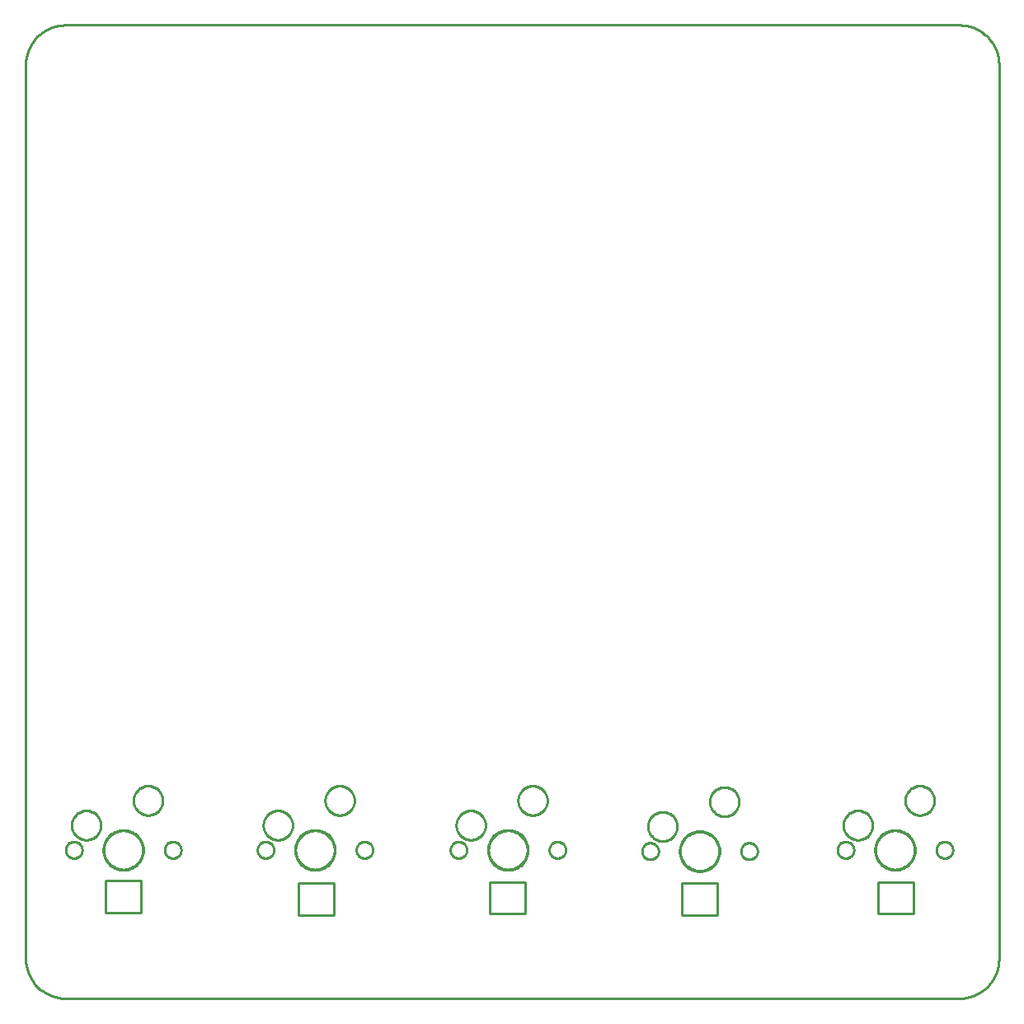
<source format=gbr>
G04 EAGLE Gerber RS-274X export*
G75*
%MOMM*%
%FSLAX34Y34*%
%LPD*%
%IN*%
%IPPOS*%
%AMOC8*
5,1,8,0,0,1.08239X$1,22.5*%
G01*
%ADD10C,0.254000*%


D10*
X0Y-22860D02*
X155Y-26402D01*
X617Y-29917D01*
X1385Y-33378D01*
X2451Y-36760D01*
X3808Y-40035D01*
X5445Y-43180D01*
X7350Y-46170D01*
X9508Y-48983D01*
X11903Y-51597D01*
X14517Y-53992D01*
X17330Y-56150D01*
X20320Y-58055D01*
X23465Y-59692D01*
X26740Y-61049D01*
X30122Y-62115D01*
X33583Y-62883D01*
X37098Y-63345D01*
X40640Y-63500D01*
X958850Y-63500D01*
X962392Y-63345D01*
X965907Y-62883D01*
X969368Y-62115D01*
X972750Y-61049D01*
X976025Y-59692D01*
X979170Y-58055D01*
X982160Y-56150D01*
X984973Y-53992D01*
X987587Y-51597D01*
X989982Y-48983D01*
X992140Y-46170D01*
X994045Y-43180D01*
X995682Y-40035D01*
X997039Y-36760D01*
X998105Y-33378D01*
X998873Y-29917D01*
X999335Y-26402D01*
X999490Y-22860D01*
X999490Y895350D01*
X999335Y898892D01*
X998873Y902407D01*
X998105Y905868D01*
X997039Y909250D01*
X995682Y912525D01*
X994045Y915670D01*
X992140Y918660D01*
X989982Y921473D01*
X987587Y924087D01*
X984973Y926482D01*
X982160Y928640D01*
X979170Y930545D01*
X976025Y932182D01*
X972750Y933539D01*
X969368Y934605D01*
X965907Y935373D01*
X962392Y935835D01*
X958850Y935990D01*
X40640Y935990D01*
X37098Y935835D01*
X33583Y935373D01*
X30122Y934605D01*
X26740Y933539D01*
X23465Y932182D01*
X20320Y930545D01*
X17330Y928640D01*
X14517Y926482D01*
X11903Y924087D01*
X9508Y921473D01*
X7350Y918660D01*
X5445Y915670D01*
X3808Y912525D01*
X2451Y909250D01*
X1385Y905868D01*
X617Y902407D01*
X155Y898892D01*
X0Y895350D01*
X0Y-22860D01*
X875792Y23622D02*
X912114Y23622D01*
X912114Y55880D01*
X875792Y55880D01*
X875792Y23622D01*
X673862Y22352D02*
X710184Y22352D01*
X710184Y54610D01*
X673862Y54610D01*
X673862Y22352D01*
X477012Y23622D02*
X513334Y23622D01*
X513334Y55880D01*
X477012Y55880D01*
X477012Y23622D01*
X280162Y22352D02*
X316484Y22352D01*
X316484Y54610D01*
X280162Y54610D01*
X280162Y22352D01*
X82042Y24892D02*
X118364Y24892D01*
X118364Y57150D01*
X82042Y57150D01*
X82042Y24892D01*
X58030Y88529D02*
X57965Y87789D01*
X57836Y87059D01*
X57644Y86342D01*
X57390Y85644D01*
X57077Y84971D01*
X56706Y84329D01*
X56280Y83721D01*
X55803Y83152D01*
X55278Y82627D01*
X54709Y82150D01*
X54101Y81724D01*
X53459Y81353D01*
X52786Y81040D01*
X52088Y80786D01*
X51372Y80594D01*
X50641Y80465D01*
X49901Y80400D01*
X49159Y80400D01*
X48419Y80465D01*
X47689Y80594D01*
X46972Y80786D01*
X46274Y81040D01*
X45601Y81353D01*
X44959Y81724D01*
X44351Y82150D01*
X43782Y82627D01*
X43257Y83152D01*
X42780Y83721D01*
X42354Y84329D01*
X41983Y84971D01*
X41670Y85644D01*
X41416Y86342D01*
X41224Y87059D01*
X41095Y87789D01*
X41030Y88529D01*
X41030Y89271D01*
X41095Y90011D01*
X41224Y90742D01*
X41416Y91458D01*
X41670Y92156D01*
X41983Y92829D01*
X42354Y93471D01*
X42780Y94079D01*
X43257Y94648D01*
X43782Y95173D01*
X44351Y95650D01*
X44959Y96076D01*
X45601Y96447D01*
X46274Y96760D01*
X46972Y97014D01*
X47689Y97206D01*
X48419Y97335D01*
X49159Y97400D01*
X49901Y97400D01*
X50641Y97335D01*
X51372Y97206D01*
X52088Y97014D01*
X52786Y96760D01*
X53459Y96447D01*
X54101Y96076D01*
X54709Y95650D01*
X55278Y95173D01*
X55803Y94648D01*
X56280Y94079D01*
X56706Y93471D01*
X57077Y92829D01*
X57390Y92156D01*
X57644Y91458D01*
X57836Y90742D01*
X57965Y90011D01*
X58030Y89271D01*
X58030Y88529D01*
X159630Y88529D02*
X159565Y87789D01*
X159436Y87059D01*
X159244Y86342D01*
X158990Y85644D01*
X158677Y84971D01*
X158306Y84329D01*
X157880Y83721D01*
X157403Y83152D01*
X156878Y82627D01*
X156309Y82150D01*
X155701Y81724D01*
X155059Y81353D01*
X154386Y81040D01*
X153688Y80786D01*
X152972Y80594D01*
X152241Y80465D01*
X151501Y80400D01*
X150759Y80400D01*
X150019Y80465D01*
X149289Y80594D01*
X148572Y80786D01*
X147874Y81040D01*
X147201Y81353D01*
X146559Y81724D01*
X145951Y82150D01*
X145382Y82627D01*
X144857Y83152D01*
X144380Y83721D01*
X143954Y84329D01*
X143583Y84971D01*
X143270Y85644D01*
X143016Y86342D01*
X142824Y87059D01*
X142695Y87789D01*
X142630Y88529D01*
X142630Y89271D01*
X142695Y90011D01*
X142824Y90742D01*
X143016Y91458D01*
X143270Y92156D01*
X143583Y92829D01*
X143954Y93471D01*
X144380Y94079D01*
X144857Y94648D01*
X145382Y95173D01*
X145951Y95650D01*
X146559Y96076D01*
X147201Y96447D01*
X147874Y96760D01*
X148572Y97014D01*
X149289Y97206D01*
X150019Y97335D01*
X150759Y97400D01*
X151501Y97400D01*
X152241Y97335D01*
X152972Y97206D01*
X153688Y97014D01*
X154386Y96760D01*
X155059Y96447D01*
X155701Y96076D01*
X156309Y95650D01*
X156878Y95173D01*
X157403Y94648D01*
X157880Y94079D01*
X158306Y93471D01*
X158677Y92829D01*
X158990Y92156D01*
X159244Y91458D01*
X159436Y90742D01*
X159565Y90011D01*
X159630Y89271D01*
X159630Y88529D01*
X120830Y88281D02*
X120755Y87044D01*
X120606Y85814D01*
X120383Y84595D01*
X120086Y83393D01*
X119718Y82210D01*
X119278Y81051D01*
X118770Y79922D01*
X118194Y78825D01*
X117553Y77764D01*
X116849Y76745D01*
X116085Y75770D01*
X115264Y74842D01*
X114388Y73966D01*
X113460Y73145D01*
X112485Y72381D01*
X111466Y71677D01*
X110405Y71036D01*
X109308Y70460D01*
X108179Y69952D01*
X107020Y69513D01*
X105837Y69144D01*
X104635Y68847D01*
X103416Y68624D01*
X102186Y68475D01*
X100949Y68400D01*
X99711Y68400D01*
X98474Y68475D01*
X97244Y68624D01*
X96025Y68847D01*
X94823Y69144D01*
X93640Y69513D01*
X92481Y69952D01*
X91352Y70460D01*
X90255Y71036D01*
X89194Y71677D01*
X88175Y72381D01*
X87200Y73145D01*
X86272Y73966D01*
X85396Y74842D01*
X84575Y75770D01*
X83811Y76745D01*
X83107Y77764D01*
X82466Y78825D01*
X81890Y79922D01*
X81382Y81051D01*
X80943Y82210D01*
X80574Y83393D01*
X80277Y84595D01*
X80054Y85814D01*
X79905Y87044D01*
X79830Y88281D01*
X79830Y89519D01*
X79905Y90756D01*
X80054Y91986D01*
X80277Y93205D01*
X80574Y94407D01*
X80943Y95590D01*
X81382Y96749D01*
X81890Y97878D01*
X82466Y98975D01*
X83107Y100036D01*
X83811Y101055D01*
X84575Y102030D01*
X85396Y102958D01*
X86272Y103834D01*
X87200Y104655D01*
X88175Y105419D01*
X89194Y106123D01*
X90255Y106764D01*
X91352Y107340D01*
X92481Y107848D01*
X93640Y108288D01*
X94823Y108656D01*
X96025Y108953D01*
X97244Y109176D01*
X98474Y109325D01*
X99711Y109400D01*
X100949Y109400D01*
X102186Y109325D01*
X103416Y109176D01*
X104635Y108953D01*
X105837Y108656D01*
X107020Y108288D01*
X108179Y107848D01*
X109308Y107340D01*
X110405Y106764D01*
X111466Y106123D01*
X112485Y105419D01*
X113460Y104655D01*
X114388Y103834D01*
X115264Y102958D01*
X116085Y102030D01*
X116849Y101055D01*
X117553Y100036D01*
X118194Y98975D01*
X118770Y97878D01*
X119278Y96749D01*
X119718Y95590D01*
X120086Y94407D01*
X120383Y93205D01*
X120606Y91986D01*
X120755Y90756D01*
X120830Y89519D01*
X120830Y88281D01*
X120330Y88296D02*
X120257Y87089D01*
X120111Y85889D01*
X119893Y84700D01*
X119604Y83527D01*
X119245Y82373D01*
X118816Y81243D01*
X118320Y80141D01*
X117758Y79070D01*
X117133Y78036D01*
X116446Y77041D01*
X115701Y76090D01*
X114899Y75185D01*
X114045Y74331D01*
X113140Y73529D01*
X112189Y72784D01*
X111194Y72097D01*
X110160Y71472D01*
X109089Y70910D01*
X107987Y70414D01*
X106857Y69985D01*
X105703Y69626D01*
X104530Y69337D01*
X103341Y69119D01*
X102141Y68973D01*
X100934Y68900D01*
X99726Y68900D01*
X98519Y68973D01*
X97319Y69119D01*
X96130Y69337D01*
X94957Y69626D01*
X93803Y69985D01*
X92673Y70414D01*
X91571Y70910D01*
X90500Y71472D01*
X89466Y72097D01*
X88471Y72784D01*
X87520Y73529D01*
X86615Y74331D01*
X85761Y75185D01*
X84959Y76090D01*
X84214Y77041D01*
X83527Y78036D01*
X82902Y79070D01*
X82340Y80141D01*
X81844Y81243D01*
X81415Y82373D01*
X81056Y83527D01*
X80767Y84700D01*
X80549Y85889D01*
X80403Y87089D01*
X80330Y88296D01*
X80330Y89504D01*
X80403Y90711D01*
X80549Y91911D01*
X80767Y93100D01*
X81056Y94273D01*
X81415Y95427D01*
X81844Y96557D01*
X82340Y97659D01*
X82902Y98730D01*
X83527Y99764D01*
X84214Y100759D01*
X84959Y101710D01*
X85761Y102615D01*
X86615Y103469D01*
X87520Y104271D01*
X88471Y105016D01*
X89466Y105703D01*
X90500Y106328D01*
X91571Y106890D01*
X92673Y107386D01*
X93803Y107815D01*
X94957Y108174D01*
X96130Y108463D01*
X97319Y108681D01*
X98519Y108827D01*
X99726Y108900D01*
X100934Y108900D01*
X102141Y108827D01*
X103341Y108681D01*
X104530Y108463D01*
X105703Y108174D01*
X106857Y107815D01*
X107987Y107386D01*
X109089Y106890D01*
X110160Y106328D01*
X111194Y105703D01*
X112189Y105016D01*
X113140Y104271D01*
X114045Y103469D01*
X114899Y102615D01*
X115701Y101710D01*
X116446Y100759D01*
X117133Y99764D01*
X117758Y98730D01*
X118320Y97659D01*
X118816Y96557D01*
X119245Y95427D01*
X119604Y94273D01*
X119893Y93100D01*
X120111Y91911D01*
X120257Y90711D01*
X120330Y89504D01*
X120330Y88296D01*
X58030Y88529D02*
X57965Y87789D01*
X57836Y87059D01*
X57644Y86342D01*
X57390Y85644D01*
X57077Y84971D01*
X56706Y84329D01*
X56280Y83721D01*
X55803Y83152D01*
X55278Y82627D01*
X54709Y82150D01*
X54101Y81724D01*
X53459Y81353D01*
X52786Y81040D01*
X52088Y80786D01*
X51372Y80594D01*
X50641Y80465D01*
X49901Y80400D01*
X49159Y80400D01*
X48419Y80465D01*
X47689Y80594D01*
X46972Y80786D01*
X46274Y81040D01*
X45601Y81353D01*
X44959Y81724D01*
X44351Y82150D01*
X43782Y82627D01*
X43257Y83152D01*
X42780Y83721D01*
X42354Y84329D01*
X41983Y84971D01*
X41670Y85644D01*
X41416Y86342D01*
X41224Y87059D01*
X41095Y87789D01*
X41030Y88529D01*
X41030Y89271D01*
X41095Y90011D01*
X41224Y90742D01*
X41416Y91458D01*
X41670Y92156D01*
X41983Y92829D01*
X42354Y93471D01*
X42780Y94079D01*
X43257Y94648D01*
X43782Y95173D01*
X44351Y95650D01*
X44959Y96076D01*
X45601Y96447D01*
X46274Y96760D01*
X46972Y97014D01*
X47689Y97206D01*
X48419Y97335D01*
X49159Y97400D01*
X49901Y97400D01*
X50641Y97335D01*
X51372Y97206D01*
X52088Y97014D01*
X52786Y96760D01*
X53459Y96447D01*
X54101Y96076D01*
X54709Y95650D01*
X55278Y95173D01*
X55803Y94648D01*
X56280Y94079D01*
X56706Y93471D01*
X57077Y92829D01*
X57390Y92156D01*
X57644Y91458D01*
X57836Y90742D01*
X57965Y90011D01*
X58030Y89271D01*
X58030Y88529D01*
X159630Y88529D02*
X159565Y87789D01*
X159436Y87059D01*
X159244Y86342D01*
X158990Y85644D01*
X158677Y84971D01*
X158306Y84329D01*
X157880Y83721D01*
X157403Y83152D01*
X156878Y82627D01*
X156309Y82150D01*
X155701Y81724D01*
X155059Y81353D01*
X154386Y81040D01*
X153688Y80786D01*
X152972Y80594D01*
X152241Y80465D01*
X151501Y80400D01*
X150759Y80400D01*
X150019Y80465D01*
X149289Y80594D01*
X148572Y80786D01*
X147874Y81040D01*
X147201Y81353D01*
X146559Y81724D01*
X145951Y82150D01*
X145382Y82627D01*
X144857Y83152D01*
X144380Y83721D01*
X143954Y84329D01*
X143583Y84971D01*
X143270Y85644D01*
X143016Y86342D01*
X142824Y87059D01*
X142695Y87789D01*
X142630Y88529D01*
X142630Y89271D01*
X142695Y90011D01*
X142824Y90742D01*
X143016Y91458D01*
X143270Y92156D01*
X143583Y92829D01*
X143954Y93471D01*
X144380Y94079D01*
X144857Y94648D01*
X145382Y95173D01*
X145951Y95650D01*
X146559Y96076D01*
X147201Y96447D01*
X147874Y96760D01*
X148572Y97014D01*
X149289Y97206D01*
X150019Y97335D01*
X150759Y97400D01*
X151501Y97400D01*
X152241Y97335D01*
X152972Y97206D01*
X153688Y97014D01*
X154386Y96760D01*
X155059Y96447D01*
X155701Y96076D01*
X156309Y95650D01*
X156878Y95173D01*
X157403Y94648D01*
X157880Y94079D01*
X158306Y93471D01*
X158677Y92829D01*
X158990Y92156D01*
X159244Y91458D01*
X159436Y90742D01*
X159565Y90011D01*
X159630Y89271D01*
X159630Y88529D01*
X140730Y139164D02*
X140654Y138096D01*
X140501Y137035D01*
X140273Y135988D01*
X139971Y134960D01*
X139597Y133956D01*
X139152Y132981D01*
X138638Y132041D01*
X138059Y131140D01*
X137417Y130282D01*
X136715Y129472D01*
X135958Y128715D01*
X135148Y128013D01*
X134290Y127371D01*
X133389Y126792D01*
X132449Y126278D01*
X131474Y125833D01*
X130470Y125459D01*
X129442Y125157D01*
X128395Y124929D01*
X127334Y124776D01*
X126266Y124700D01*
X125194Y124700D01*
X124126Y124776D01*
X123065Y124929D01*
X122018Y125157D01*
X120990Y125459D01*
X119986Y125833D01*
X119011Y126278D01*
X118071Y126792D01*
X117170Y127371D01*
X116312Y128013D01*
X115502Y128715D01*
X114745Y129472D01*
X114043Y130282D01*
X113401Y131140D01*
X112822Y132041D01*
X112308Y132981D01*
X111863Y133956D01*
X111489Y134960D01*
X111187Y135988D01*
X110959Y137035D01*
X110806Y138096D01*
X110730Y139164D01*
X110730Y140236D01*
X110806Y141304D01*
X110959Y142365D01*
X111187Y143412D01*
X111489Y144440D01*
X111863Y145444D01*
X112308Y146419D01*
X112822Y147359D01*
X113401Y148260D01*
X114043Y149118D01*
X114745Y149928D01*
X115502Y150685D01*
X116312Y151387D01*
X117170Y152029D01*
X118071Y152608D01*
X119011Y153122D01*
X119986Y153567D01*
X120990Y153941D01*
X122018Y154243D01*
X123065Y154471D01*
X124126Y154624D01*
X125194Y154700D01*
X126266Y154700D01*
X127334Y154624D01*
X128395Y154471D01*
X129442Y154243D01*
X130470Y153941D01*
X131474Y153567D01*
X132449Y153122D01*
X133389Y152608D01*
X134290Y152029D01*
X135148Y151387D01*
X135958Y150685D01*
X136715Y149928D01*
X137417Y149118D01*
X138059Y148260D01*
X138638Y147359D01*
X139152Y146419D01*
X139597Y145444D01*
X139971Y144440D01*
X140273Y143412D01*
X140501Y142365D01*
X140654Y141304D01*
X140730Y140236D01*
X140730Y139164D01*
X77230Y113764D02*
X77154Y112696D01*
X77001Y111635D01*
X76773Y110588D01*
X76471Y109560D01*
X76097Y108556D01*
X75652Y107581D01*
X75138Y106641D01*
X74559Y105740D01*
X73917Y104882D01*
X73215Y104072D01*
X72458Y103315D01*
X71648Y102613D01*
X70790Y101971D01*
X69889Y101392D01*
X68949Y100878D01*
X67974Y100433D01*
X66970Y100059D01*
X65942Y99757D01*
X64895Y99529D01*
X63834Y99376D01*
X62766Y99300D01*
X61694Y99300D01*
X60626Y99376D01*
X59565Y99529D01*
X58518Y99757D01*
X57490Y100059D01*
X56486Y100433D01*
X55511Y100878D01*
X54571Y101392D01*
X53670Y101971D01*
X52812Y102613D01*
X52002Y103315D01*
X51245Y104072D01*
X50543Y104882D01*
X49901Y105740D01*
X49322Y106641D01*
X48808Y107581D01*
X48363Y108556D01*
X47989Y109560D01*
X47687Y110588D01*
X47459Y111635D01*
X47306Y112696D01*
X47230Y113764D01*
X47230Y114836D01*
X47306Y115904D01*
X47459Y116965D01*
X47687Y118012D01*
X47989Y119040D01*
X48363Y120044D01*
X48808Y121019D01*
X49322Y121959D01*
X49901Y122860D01*
X50543Y123718D01*
X51245Y124528D01*
X52002Y125285D01*
X52812Y125987D01*
X53670Y126629D01*
X54571Y127208D01*
X55511Y127722D01*
X56486Y128167D01*
X57490Y128541D01*
X58518Y128843D01*
X59565Y129071D01*
X60626Y129224D01*
X61694Y129300D01*
X62766Y129300D01*
X63834Y129224D01*
X64895Y129071D01*
X65942Y128843D01*
X66970Y128541D01*
X67974Y128167D01*
X68949Y127722D01*
X69889Y127208D01*
X70790Y126629D01*
X71648Y125987D01*
X72458Y125285D01*
X73215Y124528D01*
X73917Y123718D01*
X74559Y122860D01*
X75138Y121959D01*
X75652Y121019D01*
X76097Y120044D01*
X76471Y119040D01*
X76773Y118012D01*
X77001Y116965D01*
X77154Y115904D01*
X77230Y114836D01*
X77230Y113764D01*
X254880Y88529D02*
X254815Y87789D01*
X254686Y87059D01*
X254494Y86342D01*
X254240Y85644D01*
X253927Y84971D01*
X253556Y84329D01*
X253130Y83721D01*
X252653Y83152D01*
X252128Y82627D01*
X251559Y82150D01*
X250951Y81724D01*
X250309Y81353D01*
X249636Y81040D01*
X248938Y80786D01*
X248222Y80594D01*
X247491Y80465D01*
X246751Y80400D01*
X246009Y80400D01*
X245269Y80465D01*
X244539Y80594D01*
X243822Y80786D01*
X243124Y81040D01*
X242451Y81353D01*
X241809Y81724D01*
X241201Y82150D01*
X240632Y82627D01*
X240107Y83152D01*
X239630Y83721D01*
X239204Y84329D01*
X238833Y84971D01*
X238520Y85644D01*
X238266Y86342D01*
X238074Y87059D01*
X237945Y87789D01*
X237880Y88529D01*
X237880Y89271D01*
X237945Y90011D01*
X238074Y90742D01*
X238266Y91458D01*
X238520Y92156D01*
X238833Y92829D01*
X239204Y93471D01*
X239630Y94079D01*
X240107Y94648D01*
X240632Y95173D01*
X241201Y95650D01*
X241809Y96076D01*
X242451Y96447D01*
X243124Y96760D01*
X243822Y97014D01*
X244539Y97206D01*
X245269Y97335D01*
X246009Y97400D01*
X246751Y97400D01*
X247491Y97335D01*
X248222Y97206D01*
X248938Y97014D01*
X249636Y96760D01*
X250309Y96447D01*
X250951Y96076D01*
X251559Y95650D01*
X252128Y95173D01*
X252653Y94648D01*
X253130Y94079D01*
X253556Y93471D01*
X253927Y92829D01*
X254240Y92156D01*
X254494Y91458D01*
X254686Y90742D01*
X254815Y90011D01*
X254880Y89271D01*
X254880Y88529D01*
X356480Y88529D02*
X356415Y87789D01*
X356286Y87059D01*
X356094Y86342D01*
X355840Y85644D01*
X355527Y84971D01*
X355156Y84329D01*
X354730Y83721D01*
X354253Y83152D01*
X353728Y82627D01*
X353159Y82150D01*
X352551Y81724D01*
X351909Y81353D01*
X351236Y81040D01*
X350538Y80786D01*
X349822Y80594D01*
X349091Y80465D01*
X348351Y80400D01*
X347609Y80400D01*
X346869Y80465D01*
X346139Y80594D01*
X345422Y80786D01*
X344724Y81040D01*
X344051Y81353D01*
X343409Y81724D01*
X342801Y82150D01*
X342232Y82627D01*
X341707Y83152D01*
X341230Y83721D01*
X340804Y84329D01*
X340433Y84971D01*
X340120Y85644D01*
X339866Y86342D01*
X339674Y87059D01*
X339545Y87789D01*
X339480Y88529D01*
X339480Y89271D01*
X339545Y90011D01*
X339674Y90742D01*
X339866Y91458D01*
X340120Y92156D01*
X340433Y92829D01*
X340804Y93471D01*
X341230Y94079D01*
X341707Y94648D01*
X342232Y95173D01*
X342801Y95650D01*
X343409Y96076D01*
X344051Y96447D01*
X344724Y96760D01*
X345422Y97014D01*
X346139Y97206D01*
X346869Y97335D01*
X347609Y97400D01*
X348351Y97400D01*
X349091Y97335D01*
X349822Y97206D01*
X350538Y97014D01*
X351236Y96760D01*
X351909Y96447D01*
X352551Y96076D01*
X353159Y95650D01*
X353728Y95173D01*
X354253Y94648D01*
X354730Y94079D01*
X355156Y93471D01*
X355527Y92829D01*
X355840Y92156D01*
X356094Y91458D01*
X356286Y90742D01*
X356415Y90011D01*
X356480Y89271D01*
X356480Y88529D01*
X317680Y88281D02*
X317605Y87044D01*
X317456Y85814D01*
X317233Y84595D01*
X316936Y83393D01*
X316568Y82210D01*
X316128Y81051D01*
X315620Y79922D01*
X315044Y78825D01*
X314403Y77764D01*
X313699Y76745D01*
X312935Y75770D01*
X312114Y74842D01*
X311238Y73966D01*
X310310Y73145D01*
X309335Y72381D01*
X308316Y71677D01*
X307255Y71036D01*
X306158Y70460D01*
X305029Y69952D01*
X303870Y69513D01*
X302687Y69144D01*
X301485Y68847D01*
X300266Y68624D01*
X299036Y68475D01*
X297799Y68400D01*
X296561Y68400D01*
X295324Y68475D01*
X294094Y68624D01*
X292875Y68847D01*
X291673Y69144D01*
X290490Y69513D01*
X289331Y69952D01*
X288202Y70460D01*
X287105Y71036D01*
X286044Y71677D01*
X285025Y72381D01*
X284050Y73145D01*
X283122Y73966D01*
X282246Y74842D01*
X281425Y75770D01*
X280661Y76745D01*
X279957Y77764D01*
X279316Y78825D01*
X278740Y79922D01*
X278232Y81051D01*
X277793Y82210D01*
X277424Y83393D01*
X277127Y84595D01*
X276904Y85814D01*
X276755Y87044D01*
X276680Y88281D01*
X276680Y89519D01*
X276755Y90756D01*
X276904Y91986D01*
X277127Y93205D01*
X277424Y94407D01*
X277793Y95590D01*
X278232Y96749D01*
X278740Y97878D01*
X279316Y98975D01*
X279957Y100036D01*
X280661Y101055D01*
X281425Y102030D01*
X282246Y102958D01*
X283122Y103834D01*
X284050Y104655D01*
X285025Y105419D01*
X286044Y106123D01*
X287105Y106764D01*
X288202Y107340D01*
X289331Y107848D01*
X290490Y108288D01*
X291673Y108656D01*
X292875Y108953D01*
X294094Y109176D01*
X295324Y109325D01*
X296561Y109400D01*
X297799Y109400D01*
X299036Y109325D01*
X300266Y109176D01*
X301485Y108953D01*
X302687Y108656D01*
X303870Y108288D01*
X305029Y107848D01*
X306158Y107340D01*
X307255Y106764D01*
X308316Y106123D01*
X309335Y105419D01*
X310310Y104655D01*
X311238Y103834D01*
X312114Y102958D01*
X312935Y102030D01*
X313699Y101055D01*
X314403Y100036D01*
X315044Y98975D01*
X315620Y97878D01*
X316128Y96749D01*
X316568Y95590D01*
X316936Y94407D01*
X317233Y93205D01*
X317456Y91986D01*
X317605Y90756D01*
X317680Y89519D01*
X317680Y88281D01*
X317180Y88296D02*
X317107Y87089D01*
X316961Y85889D01*
X316743Y84700D01*
X316454Y83527D01*
X316095Y82373D01*
X315666Y81243D01*
X315170Y80141D01*
X314608Y79070D01*
X313983Y78036D01*
X313296Y77041D01*
X312551Y76090D01*
X311749Y75185D01*
X310895Y74331D01*
X309990Y73529D01*
X309039Y72784D01*
X308044Y72097D01*
X307010Y71472D01*
X305939Y70910D01*
X304837Y70414D01*
X303707Y69985D01*
X302553Y69626D01*
X301380Y69337D01*
X300191Y69119D01*
X298991Y68973D01*
X297784Y68900D01*
X296576Y68900D01*
X295369Y68973D01*
X294169Y69119D01*
X292980Y69337D01*
X291807Y69626D01*
X290653Y69985D01*
X289523Y70414D01*
X288421Y70910D01*
X287350Y71472D01*
X286316Y72097D01*
X285321Y72784D01*
X284370Y73529D01*
X283465Y74331D01*
X282611Y75185D01*
X281809Y76090D01*
X281064Y77041D01*
X280377Y78036D01*
X279752Y79070D01*
X279190Y80141D01*
X278694Y81243D01*
X278265Y82373D01*
X277906Y83527D01*
X277617Y84700D01*
X277399Y85889D01*
X277253Y87089D01*
X277180Y88296D01*
X277180Y89504D01*
X277253Y90711D01*
X277399Y91911D01*
X277617Y93100D01*
X277906Y94273D01*
X278265Y95427D01*
X278694Y96557D01*
X279190Y97659D01*
X279752Y98730D01*
X280377Y99764D01*
X281064Y100759D01*
X281809Y101710D01*
X282611Y102615D01*
X283465Y103469D01*
X284370Y104271D01*
X285321Y105016D01*
X286316Y105703D01*
X287350Y106328D01*
X288421Y106890D01*
X289523Y107386D01*
X290653Y107815D01*
X291807Y108174D01*
X292980Y108463D01*
X294169Y108681D01*
X295369Y108827D01*
X296576Y108900D01*
X297784Y108900D01*
X298991Y108827D01*
X300191Y108681D01*
X301380Y108463D01*
X302553Y108174D01*
X303707Y107815D01*
X304837Y107386D01*
X305939Y106890D01*
X307010Y106328D01*
X308044Y105703D01*
X309039Y105016D01*
X309990Y104271D01*
X310895Y103469D01*
X311749Y102615D01*
X312551Y101710D01*
X313296Y100759D01*
X313983Y99764D01*
X314608Y98730D01*
X315170Y97659D01*
X315666Y96557D01*
X316095Y95427D01*
X316454Y94273D01*
X316743Y93100D01*
X316961Y91911D01*
X317107Y90711D01*
X317180Y89504D01*
X317180Y88296D01*
X254880Y88529D02*
X254815Y87789D01*
X254686Y87059D01*
X254494Y86342D01*
X254240Y85644D01*
X253927Y84971D01*
X253556Y84329D01*
X253130Y83721D01*
X252653Y83152D01*
X252128Y82627D01*
X251559Y82150D01*
X250951Y81724D01*
X250309Y81353D01*
X249636Y81040D01*
X248938Y80786D01*
X248222Y80594D01*
X247491Y80465D01*
X246751Y80400D01*
X246009Y80400D01*
X245269Y80465D01*
X244539Y80594D01*
X243822Y80786D01*
X243124Y81040D01*
X242451Y81353D01*
X241809Y81724D01*
X241201Y82150D01*
X240632Y82627D01*
X240107Y83152D01*
X239630Y83721D01*
X239204Y84329D01*
X238833Y84971D01*
X238520Y85644D01*
X238266Y86342D01*
X238074Y87059D01*
X237945Y87789D01*
X237880Y88529D01*
X237880Y89271D01*
X237945Y90011D01*
X238074Y90742D01*
X238266Y91458D01*
X238520Y92156D01*
X238833Y92829D01*
X239204Y93471D01*
X239630Y94079D01*
X240107Y94648D01*
X240632Y95173D01*
X241201Y95650D01*
X241809Y96076D01*
X242451Y96447D01*
X243124Y96760D01*
X243822Y97014D01*
X244539Y97206D01*
X245269Y97335D01*
X246009Y97400D01*
X246751Y97400D01*
X247491Y97335D01*
X248222Y97206D01*
X248938Y97014D01*
X249636Y96760D01*
X250309Y96447D01*
X250951Y96076D01*
X251559Y95650D01*
X252128Y95173D01*
X252653Y94648D01*
X253130Y94079D01*
X253556Y93471D01*
X253927Y92829D01*
X254240Y92156D01*
X254494Y91458D01*
X254686Y90742D01*
X254815Y90011D01*
X254880Y89271D01*
X254880Y88529D01*
X356480Y88529D02*
X356415Y87789D01*
X356286Y87059D01*
X356094Y86342D01*
X355840Y85644D01*
X355527Y84971D01*
X355156Y84329D01*
X354730Y83721D01*
X354253Y83152D01*
X353728Y82627D01*
X353159Y82150D01*
X352551Y81724D01*
X351909Y81353D01*
X351236Y81040D01*
X350538Y80786D01*
X349822Y80594D01*
X349091Y80465D01*
X348351Y80400D01*
X347609Y80400D01*
X346869Y80465D01*
X346139Y80594D01*
X345422Y80786D01*
X344724Y81040D01*
X344051Y81353D01*
X343409Y81724D01*
X342801Y82150D01*
X342232Y82627D01*
X341707Y83152D01*
X341230Y83721D01*
X340804Y84329D01*
X340433Y84971D01*
X340120Y85644D01*
X339866Y86342D01*
X339674Y87059D01*
X339545Y87789D01*
X339480Y88529D01*
X339480Y89271D01*
X339545Y90011D01*
X339674Y90742D01*
X339866Y91458D01*
X340120Y92156D01*
X340433Y92829D01*
X340804Y93471D01*
X341230Y94079D01*
X341707Y94648D01*
X342232Y95173D01*
X342801Y95650D01*
X343409Y96076D01*
X344051Y96447D01*
X344724Y96760D01*
X345422Y97014D01*
X346139Y97206D01*
X346869Y97335D01*
X347609Y97400D01*
X348351Y97400D01*
X349091Y97335D01*
X349822Y97206D01*
X350538Y97014D01*
X351236Y96760D01*
X351909Y96447D01*
X352551Y96076D01*
X353159Y95650D01*
X353728Y95173D01*
X354253Y94648D01*
X354730Y94079D01*
X355156Y93471D01*
X355527Y92829D01*
X355840Y92156D01*
X356094Y91458D01*
X356286Y90742D01*
X356415Y90011D01*
X356480Y89271D01*
X356480Y88529D01*
X337580Y139164D02*
X337504Y138096D01*
X337351Y137035D01*
X337123Y135988D01*
X336821Y134960D01*
X336447Y133956D01*
X336002Y132981D01*
X335488Y132041D01*
X334909Y131140D01*
X334267Y130282D01*
X333565Y129472D01*
X332808Y128715D01*
X331998Y128013D01*
X331140Y127371D01*
X330239Y126792D01*
X329299Y126278D01*
X328324Y125833D01*
X327320Y125459D01*
X326292Y125157D01*
X325245Y124929D01*
X324184Y124776D01*
X323116Y124700D01*
X322044Y124700D01*
X320976Y124776D01*
X319915Y124929D01*
X318868Y125157D01*
X317840Y125459D01*
X316836Y125833D01*
X315861Y126278D01*
X314921Y126792D01*
X314020Y127371D01*
X313162Y128013D01*
X312352Y128715D01*
X311595Y129472D01*
X310893Y130282D01*
X310251Y131140D01*
X309672Y132041D01*
X309158Y132981D01*
X308713Y133956D01*
X308339Y134960D01*
X308037Y135988D01*
X307809Y137035D01*
X307656Y138096D01*
X307580Y139164D01*
X307580Y140236D01*
X307656Y141304D01*
X307809Y142365D01*
X308037Y143412D01*
X308339Y144440D01*
X308713Y145444D01*
X309158Y146419D01*
X309672Y147359D01*
X310251Y148260D01*
X310893Y149118D01*
X311595Y149928D01*
X312352Y150685D01*
X313162Y151387D01*
X314020Y152029D01*
X314921Y152608D01*
X315861Y153122D01*
X316836Y153567D01*
X317840Y153941D01*
X318868Y154243D01*
X319915Y154471D01*
X320976Y154624D01*
X322044Y154700D01*
X323116Y154700D01*
X324184Y154624D01*
X325245Y154471D01*
X326292Y154243D01*
X327320Y153941D01*
X328324Y153567D01*
X329299Y153122D01*
X330239Y152608D01*
X331140Y152029D01*
X331998Y151387D01*
X332808Y150685D01*
X333565Y149928D01*
X334267Y149118D01*
X334909Y148260D01*
X335488Y147359D01*
X336002Y146419D01*
X336447Y145444D01*
X336821Y144440D01*
X337123Y143412D01*
X337351Y142365D01*
X337504Y141304D01*
X337580Y140236D01*
X337580Y139164D01*
X274080Y113764D02*
X274004Y112696D01*
X273851Y111635D01*
X273623Y110588D01*
X273321Y109560D01*
X272947Y108556D01*
X272502Y107581D01*
X271988Y106641D01*
X271409Y105740D01*
X270767Y104882D01*
X270065Y104072D01*
X269308Y103315D01*
X268498Y102613D01*
X267640Y101971D01*
X266739Y101392D01*
X265799Y100878D01*
X264824Y100433D01*
X263820Y100059D01*
X262792Y99757D01*
X261745Y99529D01*
X260684Y99376D01*
X259616Y99300D01*
X258544Y99300D01*
X257476Y99376D01*
X256415Y99529D01*
X255368Y99757D01*
X254340Y100059D01*
X253336Y100433D01*
X252361Y100878D01*
X251421Y101392D01*
X250520Y101971D01*
X249662Y102613D01*
X248852Y103315D01*
X248095Y104072D01*
X247393Y104882D01*
X246751Y105740D01*
X246172Y106641D01*
X245658Y107581D01*
X245213Y108556D01*
X244839Y109560D01*
X244537Y110588D01*
X244309Y111635D01*
X244156Y112696D01*
X244080Y113764D01*
X244080Y114836D01*
X244156Y115904D01*
X244309Y116965D01*
X244537Y118012D01*
X244839Y119040D01*
X245213Y120044D01*
X245658Y121019D01*
X246172Y121959D01*
X246751Y122860D01*
X247393Y123718D01*
X248095Y124528D01*
X248852Y125285D01*
X249662Y125987D01*
X250520Y126629D01*
X251421Y127208D01*
X252361Y127722D01*
X253336Y128167D01*
X254340Y128541D01*
X255368Y128843D01*
X256415Y129071D01*
X257476Y129224D01*
X258544Y129300D01*
X259616Y129300D01*
X260684Y129224D01*
X261745Y129071D01*
X262792Y128843D01*
X263820Y128541D01*
X264824Y128167D01*
X265799Y127722D01*
X266739Y127208D01*
X267640Y126629D01*
X268498Y125987D01*
X269308Y125285D01*
X270065Y124528D01*
X270767Y123718D01*
X271409Y122860D01*
X271988Y121959D01*
X272502Y121019D01*
X272947Y120044D01*
X273321Y119040D01*
X273623Y118012D01*
X273851Y116965D01*
X274004Y115904D01*
X274080Y114836D01*
X274080Y113764D01*
X453000Y88529D02*
X452935Y87789D01*
X452806Y87059D01*
X452614Y86342D01*
X452360Y85644D01*
X452047Y84971D01*
X451676Y84329D01*
X451250Y83721D01*
X450773Y83152D01*
X450248Y82627D01*
X449679Y82150D01*
X449071Y81724D01*
X448429Y81353D01*
X447756Y81040D01*
X447058Y80786D01*
X446342Y80594D01*
X445611Y80465D01*
X444871Y80400D01*
X444129Y80400D01*
X443389Y80465D01*
X442659Y80594D01*
X441942Y80786D01*
X441244Y81040D01*
X440571Y81353D01*
X439929Y81724D01*
X439321Y82150D01*
X438752Y82627D01*
X438227Y83152D01*
X437750Y83721D01*
X437324Y84329D01*
X436953Y84971D01*
X436640Y85644D01*
X436386Y86342D01*
X436194Y87059D01*
X436065Y87789D01*
X436000Y88529D01*
X436000Y89271D01*
X436065Y90011D01*
X436194Y90742D01*
X436386Y91458D01*
X436640Y92156D01*
X436953Y92829D01*
X437324Y93471D01*
X437750Y94079D01*
X438227Y94648D01*
X438752Y95173D01*
X439321Y95650D01*
X439929Y96076D01*
X440571Y96447D01*
X441244Y96760D01*
X441942Y97014D01*
X442659Y97206D01*
X443389Y97335D01*
X444129Y97400D01*
X444871Y97400D01*
X445611Y97335D01*
X446342Y97206D01*
X447058Y97014D01*
X447756Y96760D01*
X448429Y96447D01*
X449071Y96076D01*
X449679Y95650D01*
X450248Y95173D01*
X450773Y94648D01*
X451250Y94079D01*
X451676Y93471D01*
X452047Y92829D01*
X452360Y92156D01*
X452614Y91458D01*
X452806Y90742D01*
X452935Y90011D01*
X453000Y89271D01*
X453000Y88529D01*
X554600Y88529D02*
X554535Y87789D01*
X554406Y87059D01*
X554214Y86342D01*
X553960Y85644D01*
X553647Y84971D01*
X553276Y84329D01*
X552850Y83721D01*
X552373Y83152D01*
X551848Y82627D01*
X551279Y82150D01*
X550671Y81724D01*
X550029Y81353D01*
X549356Y81040D01*
X548658Y80786D01*
X547942Y80594D01*
X547211Y80465D01*
X546471Y80400D01*
X545729Y80400D01*
X544989Y80465D01*
X544259Y80594D01*
X543542Y80786D01*
X542844Y81040D01*
X542171Y81353D01*
X541529Y81724D01*
X540921Y82150D01*
X540352Y82627D01*
X539827Y83152D01*
X539350Y83721D01*
X538924Y84329D01*
X538553Y84971D01*
X538240Y85644D01*
X537986Y86342D01*
X537794Y87059D01*
X537665Y87789D01*
X537600Y88529D01*
X537600Y89271D01*
X537665Y90011D01*
X537794Y90742D01*
X537986Y91458D01*
X538240Y92156D01*
X538553Y92829D01*
X538924Y93471D01*
X539350Y94079D01*
X539827Y94648D01*
X540352Y95173D01*
X540921Y95650D01*
X541529Y96076D01*
X542171Y96447D01*
X542844Y96760D01*
X543542Y97014D01*
X544259Y97206D01*
X544989Y97335D01*
X545729Y97400D01*
X546471Y97400D01*
X547211Y97335D01*
X547942Y97206D01*
X548658Y97014D01*
X549356Y96760D01*
X550029Y96447D01*
X550671Y96076D01*
X551279Y95650D01*
X551848Y95173D01*
X552373Y94648D01*
X552850Y94079D01*
X553276Y93471D01*
X553647Y92829D01*
X553960Y92156D01*
X554214Y91458D01*
X554406Y90742D01*
X554535Y90011D01*
X554600Y89271D01*
X554600Y88529D01*
X515800Y88281D02*
X515725Y87044D01*
X515576Y85814D01*
X515353Y84595D01*
X515056Y83393D01*
X514688Y82210D01*
X514248Y81051D01*
X513740Y79922D01*
X513164Y78825D01*
X512523Y77764D01*
X511819Y76745D01*
X511055Y75770D01*
X510234Y74842D01*
X509358Y73966D01*
X508430Y73145D01*
X507455Y72381D01*
X506436Y71677D01*
X505375Y71036D01*
X504278Y70460D01*
X503149Y69952D01*
X501990Y69513D01*
X500807Y69144D01*
X499605Y68847D01*
X498386Y68624D01*
X497156Y68475D01*
X495919Y68400D01*
X494681Y68400D01*
X493444Y68475D01*
X492214Y68624D01*
X490995Y68847D01*
X489793Y69144D01*
X488610Y69513D01*
X487451Y69952D01*
X486322Y70460D01*
X485225Y71036D01*
X484164Y71677D01*
X483145Y72381D01*
X482170Y73145D01*
X481242Y73966D01*
X480366Y74842D01*
X479545Y75770D01*
X478781Y76745D01*
X478077Y77764D01*
X477436Y78825D01*
X476860Y79922D01*
X476352Y81051D01*
X475913Y82210D01*
X475544Y83393D01*
X475247Y84595D01*
X475024Y85814D01*
X474875Y87044D01*
X474800Y88281D01*
X474800Y89519D01*
X474875Y90756D01*
X475024Y91986D01*
X475247Y93205D01*
X475544Y94407D01*
X475913Y95590D01*
X476352Y96749D01*
X476860Y97878D01*
X477436Y98975D01*
X478077Y100036D01*
X478781Y101055D01*
X479545Y102030D01*
X480366Y102958D01*
X481242Y103834D01*
X482170Y104655D01*
X483145Y105419D01*
X484164Y106123D01*
X485225Y106764D01*
X486322Y107340D01*
X487451Y107848D01*
X488610Y108288D01*
X489793Y108656D01*
X490995Y108953D01*
X492214Y109176D01*
X493444Y109325D01*
X494681Y109400D01*
X495919Y109400D01*
X497156Y109325D01*
X498386Y109176D01*
X499605Y108953D01*
X500807Y108656D01*
X501990Y108288D01*
X503149Y107848D01*
X504278Y107340D01*
X505375Y106764D01*
X506436Y106123D01*
X507455Y105419D01*
X508430Y104655D01*
X509358Y103834D01*
X510234Y102958D01*
X511055Y102030D01*
X511819Y101055D01*
X512523Y100036D01*
X513164Y98975D01*
X513740Y97878D01*
X514248Y96749D01*
X514688Y95590D01*
X515056Y94407D01*
X515353Y93205D01*
X515576Y91986D01*
X515725Y90756D01*
X515800Y89519D01*
X515800Y88281D01*
X515300Y88296D02*
X515227Y87089D01*
X515081Y85889D01*
X514863Y84700D01*
X514574Y83527D01*
X514215Y82373D01*
X513786Y81243D01*
X513290Y80141D01*
X512728Y79070D01*
X512103Y78036D01*
X511416Y77041D01*
X510671Y76090D01*
X509869Y75185D01*
X509015Y74331D01*
X508110Y73529D01*
X507159Y72784D01*
X506164Y72097D01*
X505130Y71472D01*
X504059Y70910D01*
X502957Y70414D01*
X501827Y69985D01*
X500673Y69626D01*
X499500Y69337D01*
X498311Y69119D01*
X497111Y68973D01*
X495904Y68900D01*
X494696Y68900D01*
X493489Y68973D01*
X492289Y69119D01*
X491100Y69337D01*
X489927Y69626D01*
X488773Y69985D01*
X487643Y70414D01*
X486541Y70910D01*
X485470Y71472D01*
X484436Y72097D01*
X483441Y72784D01*
X482490Y73529D01*
X481585Y74331D01*
X480731Y75185D01*
X479929Y76090D01*
X479184Y77041D01*
X478497Y78036D01*
X477872Y79070D01*
X477310Y80141D01*
X476814Y81243D01*
X476385Y82373D01*
X476026Y83527D01*
X475737Y84700D01*
X475519Y85889D01*
X475373Y87089D01*
X475300Y88296D01*
X475300Y89504D01*
X475373Y90711D01*
X475519Y91911D01*
X475737Y93100D01*
X476026Y94273D01*
X476385Y95427D01*
X476814Y96557D01*
X477310Y97659D01*
X477872Y98730D01*
X478497Y99764D01*
X479184Y100759D01*
X479929Y101710D01*
X480731Y102615D01*
X481585Y103469D01*
X482490Y104271D01*
X483441Y105016D01*
X484436Y105703D01*
X485470Y106328D01*
X486541Y106890D01*
X487643Y107386D01*
X488773Y107815D01*
X489927Y108174D01*
X491100Y108463D01*
X492289Y108681D01*
X493489Y108827D01*
X494696Y108900D01*
X495904Y108900D01*
X497111Y108827D01*
X498311Y108681D01*
X499500Y108463D01*
X500673Y108174D01*
X501827Y107815D01*
X502957Y107386D01*
X504059Y106890D01*
X505130Y106328D01*
X506164Y105703D01*
X507159Y105016D01*
X508110Y104271D01*
X509015Y103469D01*
X509869Y102615D01*
X510671Y101710D01*
X511416Y100759D01*
X512103Y99764D01*
X512728Y98730D01*
X513290Y97659D01*
X513786Y96557D01*
X514215Y95427D01*
X514574Y94273D01*
X514863Y93100D01*
X515081Y91911D01*
X515227Y90711D01*
X515300Y89504D01*
X515300Y88296D01*
X453000Y88529D02*
X452935Y87789D01*
X452806Y87059D01*
X452614Y86342D01*
X452360Y85644D01*
X452047Y84971D01*
X451676Y84329D01*
X451250Y83721D01*
X450773Y83152D01*
X450248Y82627D01*
X449679Y82150D01*
X449071Y81724D01*
X448429Y81353D01*
X447756Y81040D01*
X447058Y80786D01*
X446342Y80594D01*
X445611Y80465D01*
X444871Y80400D01*
X444129Y80400D01*
X443389Y80465D01*
X442659Y80594D01*
X441942Y80786D01*
X441244Y81040D01*
X440571Y81353D01*
X439929Y81724D01*
X439321Y82150D01*
X438752Y82627D01*
X438227Y83152D01*
X437750Y83721D01*
X437324Y84329D01*
X436953Y84971D01*
X436640Y85644D01*
X436386Y86342D01*
X436194Y87059D01*
X436065Y87789D01*
X436000Y88529D01*
X436000Y89271D01*
X436065Y90011D01*
X436194Y90742D01*
X436386Y91458D01*
X436640Y92156D01*
X436953Y92829D01*
X437324Y93471D01*
X437750Y94079D01*
X438227Y94648D01*
X438752Y95173D01*
X439321Y95650D01*
X439929Y96076D01*
X440571Y96447D01*
X441244Y96760D01*
X441942Y97014D01*
X442659Y97206D01*
X443389Y97335D01*
X444129Y97400D01*
X444871Y97400D01*
X445611Y97335D01*
X446342Y97206D01*
X447058Y97014D01*
X447756Y96760D01*
X448429Y96447D01*
X449071Y96076D01*
X449679Y95650D01*
X450248Y95173D01*
X450773Y94648D01*
X451250Y94079D01*
X451676Y93471D01*
X452047Y92829D01*
X452360Y92156D01*
X452614Y91458D01*
X452806Y90742D01*
X452935Y90011D01*
X453000Y89271D01*
X453000Y88529D01*
X554600Y88529D02*
X554535Y87789D01*
X554406Y87059D01*
X554214Y86342D01*
X553960Y85644D01*
X553647Y84971D01*
X553276Y84329D01*
X552850Y83721D01*
X552373Y83152D01*
X551848Y82627D01*
X551279Y82150D01*
X550671Y81724D01*
X550029Y81353D01*
X549356Y81040D01*
X548658Y80786D01*
X547942Y80594D01*
X547211Y80465D01*
X546471Y80400D01*
X545729Y80400D01*
X544989Y80465D01*
X544259Y80594D01*
X543542Y80786D01*
X542844Y81040D01*
X542171Y81353D01*
X541529Y81724D01*
X540921Y82150D01*
X540352Y82627D01*
X539827Y83152D01*
X539350Y83721D01*
X538924Y84329D01*
X538553Y84971D01*
X538240Y85644D01*
X537986Y86342D01*
X537794Y87059D01*
X537665Y87789D01*
X537600Y88529D01*
X537600Y89271D01*
X537665Y90011D01*
X537794Y90742D01*
X537986Y91458D01*
X538240Y92156D01*
X538553Y92829D01*
X538924Y93471D01*
X539350Y94079D01*
X539827Y94648D01*
X540352Y95173D01*
X540921Y95650D01*
X541529Y96076D01*
X542171Y96447D01*
X542844Y96760D01*
X543542Y97014D01*
X544259Y97206D01*
X544989Y97335D01*
X545729Y97400D01*
X546471Y97400D01*
X547211Y97335D01*
X547942Y97206D01*
X548658Y97014D01*
X549356Y96760D01*
X550029Y96447D01*
X550671Y96076D01*
X551279Y95650D01*
X551848Y95173D01*
X552373Y94648D01*
X552850Y94079D01*
X553276Y93471D01*
X553647Y92829D01*
X553960Y92156D01*
X554214Y91458D01*
X554406Y90742D01*
X554535Y90011D01*
X554600Y89271D01*
X554600Y88529D01*
X535700Y139164D02*
X535624Y138096D01*
X535471Y137035D01*
X535243Y135988D01*
X534941Y134960D01*
X534567Y133956D01*
X534122Y132981D01*
X533608Y132041D01*
X533029Y131140D01*
X532387Y130282D01*
X531685Y129472D01*
X530928Y128715D01*
X530118Y128013D01*
X529260Y127371D01*
X528359Y126792D01*
X527419Y126278D01*
X526444Y125833D01*
X525440Y125459D01*
X524412Y125157D01*
X523365Y124929D01*
X522304Y124776D01*
X521236Y124700D01*
X520164Y124700D01*
X519096Y124776D01*
X518035Y124929D01*
X516988Y125157D01*
X515960Y125459D01*
X514956Y125833D01*
X513981Y126278D01*
X513041Y126792D01*
X512140Y127371D01*
X511282Y128013D01*
X510472Y128715D01*
X509715Y129472D01*
X509013Y130282D01*
X508371Y131140D01*
X507792Y132041D01*
X507278Y132981D01*
X506833Y133956D01*
X506459Y134960D01*
X506157Y135988D01*
X505929Y137035D01*
X505776Y138096D01*
X505700Y139164D01*
X505700Y140236D01*
X505776Y141304D01*
X505929Y142365D01*
X506157Y143412D01*
X506459Y144440D01*
X506833Y145444D01*
X507278Y146419D01*
X507792Y147359D01*
X508371Y148260D01*
X509013Y149118D01*
X509715Y149928D01*
X510472Y150685D01*
X511282Y151387D01*
X512140Y152029D01*
X513041Y152608D01*
X513981Y153122D01*
X514956Y153567D01*
X515960Y153941D01*
X516988Y154243D01*
X518035Y154471D01*
X519096Y154624D01*
X520164Y154700D01*
X521236Y154700D01*
X522304Y154624D01*
X523365Y154471D01*
X524412Y154243D01*
X525440Y153941D01*
X526444Y153567D01*
X527419Y153122D01*
X528359Y152608D01*
X529260Y152029D01*
X530118Y151387D01*
X530928Y150685D01*
X531685Y149928D01*
X532387Y149118D01*
X533029Y148260D01*
X533608Y147359D01*
X534122Y146419D01*
X534567Y145444D01*
X534941Y144440D01*
X535243Y143412D01*
X535471Y142365D01*
X535624Y141304D01*
X535700Y140236D01*
X535700Y139164D01*
X472200Y113764D02*
X472124Y112696D01*
X471971Y111635D01*
X471743Y110588D01*
X471441Y109560D01*
X471067Y108556D01*
X470622Y107581D01*
X470108Y106641D01*
X469529Y105740D01*
X468887Y104882D01*
X468185Y104072D01*
X467428Y103315D01*
X466618Y102613D01*
X465760Y101971D01*
X464859Y101392D01*
X463919Y100878D01*
X462944Y100433D01*
X461940Y100059D01*
X460912Y99757D01*
X459865Y99529D01*
X458804Y99376D01*
X457736Y99300D01*
X456664Y99300D01*
X455596Y99376D01*
X454535Y99529D01*
X453488Y99757D01*
X452460Y100059D01*
X451456Y100433D01*
X450481Y100878D01*
X449541Y101392D01*
X448640Y101971D01*
X447782Y102613D01*
X446972Y103315D01*
X446215Y104072D01*
X445513Y104882D01*
X444871Y105740D01*
X444292Y106641D01*
X443778Y107581D01*
X443333Y108556D01*
X442959Y109560D01*
X442657Y110588D01*
X442429Y111635D01*
X442276Y112696D01*
X442200Y113764D01*
X442200Y114836D01*
X442276Y115904D01*
X442429Y116965D01*
X442657Y118012D01*
X442959Y119040D01*
X443333Y120044D01*
X443778Y121019D01*
X444292Y121959D01*
X444871Y122860D01*
X445513Y123718D01*
X446215Y124528D01*
X446972Y125285D01*
X447782Y125987D01*
X448640Y126629D01*
X449541Y127208D01*
X450481Y127722D01*
X451456Y128167D01*
X452460Y128541D01*
X453488Y128843D01*
X454535Y129071D01*
X455596Y129224D01*
X456664Y129300D01*
X457736Y129300D01*
X458804Y129224D01*
X459865Y129071D01*
X460912Y128843D01*
X461940Y128541D01*
X462944Y128167D01*
X463919Y127722D01*
X464859Y127208D01*
X465760Y126629D01*
X466618Y125987D01*
X467428Y125285D01*
X468185Y124528D01*
X468887Y123718D01*
X469529Y122860D01*
X470108Y121959D01*
X470622Y121019D01*
X471067Y120044D01*
X471441Y119040D01*
X471743Y118012D01*
X471971Y116965D01*
X472124Y115904D01*
X472200Y114836D01*
X472200Y113764D01*
X649850Y87259D02*
X649785Y86519D01*
X649656Y85789D01*
X649464Y85072D01*
X649210Y84374D01*
X648897Y83701D01*
X648526Y83059D01*
X648100Y82451D01*
X647623Y81882D01*
X647098Y81357D01*
X646529Y80880D01*
X645921Y80454D01*
X645279Y80083D01*
X644606Y79770D01*
X643908Y79516D01*
X643192Y79324D01*
X642461Y79195D01*
X641721Y79130D01*
X640979Y79130D01*
X640239Y79195D01*
X639509Y79324D01*
X638792Y79516D01*
X638094Y79770D01*
X637421Y80083D01*
X636779Y80454D01*
X636171Y80880D01*
X635602Y81357D01*
X635077Y81882D01*
X634600Y82451D01*
X634174Y83059D01*
X633803Y83701D01*
X633490Y84374D01*
X633236Y85072D01*
X633044Y85789D01*
X632915Y86519D01*
X632850Y87259D01*
X632850Y88001D01*
X632915Y88741D01*
X633044Y89472D01*
X633236Y90188D01*
X633490Y90886D01*
X633803Y91559D01*
X634174Y92201D01*
X634600Y92809D01*
X635077Y93378D01*
X635602Y93903D01*
X636171Y94380D01*
X636779Y94806D01*
X637421Y95177D01*
X638094Y95490D01*
X638792Y95744D01*
X639509Y95936D01*
X640239Y96065D01*
X640979Y96130D01*
X641721Y96130D01*
X642461Y96065D01*
X643192Y95936D01*
X643908Y95744D01*
X644606Y95490D01*
X645279Y95177D01*
X645921Y94806D01*
X646529Y94380D01*
X647098Y93903D01*
X647623Y93378D01*
X648100Y92809D01*
X648526Y92201D01*
X648897Y91559D01*
X649210Y90886D01*
X649464Y90188D01*
X649656Y89472D01*
X649785Y88741D01*
X649850Y88001D01*
X649850Y87259D01*
X751450Y87259D02*
X751385Y86519D01*
X751256Y85789D01*
X751064Y85072D01*
X750810Y84374D01*
X750497Y83701D01*
X750126Y83059D01*
X749700Y82451D01*
X749223Y81882D01*
X748698Y81357D01*
X748129Y80880D01*
X747521Y80454D01*
X746879Y80083D01*
X746206Y79770D01*
X745508Y79516D01*
X744792Y79324D01*
X744061Y79195D01*
X743321Y79130D01*
X742579Y79130D01*
X741839Y79195D01*
X741109Y79324D01*
X740392Y79516D01*
X739694Y79770D01*
X739021Y80083D01*
X738379Y80454D01*
X737771Y80880D01*
X737202Y81357D01*
X736677Y81882D01*
X736200Y82451D01*
X735774Y83059D01*
X735403Y83701D01*
X735090Y84374D01*
X734836Y85072D01*
X734644Y85789D01*
X734515Y86519D01*
X734450Y87259D01*
X734450Y88001D01*
X734515Y88741D01*
X734644Y89472D01*
X734836Y90188D01*
X735090Y90886D01*
X735403Y91559D01*
X735774Y92201D01*
X736200Y92809D01*
X736677Y93378D01*
X737202Y93903D01*
X737771Y94380D01*
X738379Y94806D01*
X739021Y95177D01*
X739694Y95490D01*
X740392Y95744D01*
X741109Y95936D01*
X741839Y96065D01*
X742579Y96130D01*
X743321Y96130D01*
X744061Y96065D01*
X744792Y95936D01*
X745508Y95744D01*
X746206Y95490D01*
X746879Y95177D01*
X747521Y94806D01*
X748129Y94380D01*
X748698Y93903D01*
X749223Y93378D01*
X749700Y92809D01*
X750126Y92201D01*
X750497Y91559D01*
X750810Y90886D01*
X751064Y90188D01*
X751256Y89472D01*
X751385Y88741D01*
X751450Y88001D01*
X751450Y87259D01*
X712650Y87011D02*
X712575Y85774D01*
X712426Y84544D01*
X712203Y83325D01*
X711906Y82123D01*
X711538Y80940D01*
X711098Y79781D01*
X710590Y78652D01*
X710014Y77555D01*
X709373Y76494D01*
X708669Y75475D01*
X707905Y74500D01*
X707084Y73572D01*
X706208Y72696D01*
X705280Y71875D01*
X704305Y71111D01*
X703286Y70407D01*
X702225Y69766D01*
X701128Y69190D01*
X699999Y68682D01*
X698840Y68243D01*
X697657Y67874D01*
X696455Y67577D01*
X695236Y67354D01*
X694006Y67205D01*
X692769Y67130D01*
X691531Y67130D01*
X690294Y67205D01*
X689064Y67354D01*
X687845Y67577D01*
X686643Y67874D01*
X685460Y68243D01*
X684301Y68682D01*
X683172Y69190D01*
X682075Y69766D01*
X681014Y70407D01*
X679995Y71111D01*
X679020Y71875D01*
X678092Y72696D01*
X677216Y73572D01*
X676395Y74500D01*
X675631Y75475D01*
X674927Y76494D01*
X674286Y77555D01*
X673710Y78652D01*
X673202Y79781D01*
X672763Y80940D01*
X672394Y82123D01*
X672097Y83325D01*
X671874Y84544D01*
X671725Y85774D01*
X671650Y87011D01*
X671650Y88249D01*
X671725Y89486D01*
X671874Y90716D01*
X672097Y91935D01*
X672394Y93137D01*
X672763Y94320D01*
X673202Y95479D01*
X673710Y96608D01*
X674286Y97705D01*
X674927Y98766D01*
X675631Y99785D01*
X676395Y100760D01*
X677216Y101688D01*
X678092Y102564D01*
X679020Y103385D01*
X679995Y104149D01*
X681014Y104853D01*
X682075Y105494D01*
X683172Y106070D01*
X684301Y106578D01*
X685460Y107018D01*
X686643Y107386D01*
X687845Y107683D01*
X689064Y107906D01*
X690294Y108055D01*
X691531Y108130D01*
X692769Y108130D01*
X694006Y108055D01*
X695236Y107906D01*
X696455Y107683D01*
X697657Y107386D01*
X698840Y107018D01*
X699999Y106578D01*
X701128Y106070D01*
X702225Y105494D01*
X703286Y104853D01*
X704305Y104149D01*
X705280Y103385D01*
X706208Y102564D01*
X707084Y101688D01*
X707905Y100760D01*
X708669Y99785D01*
X709373Y98766D01*
X710014Y97705D01*
X710590Y96608D01*
X711098Y95479D01*
X711538Y94320D01*
X711906Y93137D01*
X712203Y91935D01*
X712426Y90716D01*
X712575Y89486D01*
X712650Y88249D01*
X712650Y87011D01*
X712150Y87026D02*
X712077Y85819D01*
X711931Y84619D01*
X711713Y83430D01*
X711424Y82257D01*
X711065Y81103D01*
X710636Y79973D01*
X710140Y78871D01*
X709578Y77800D01*
X708953Y76766D01*
X708266Y75771D01*
X707521Y74820D01*
X706719Y73915D01*
X705865Y73061D01*
X704960Y72259D01*
X704009Y71514D01*
X703014Y70827D01*
X701980Y70202D01*
X700909Y69640D01*
X699807Y69144D01*
X698677Y68715D01*
X697523Y68356D01*
X696350Y68067D01*
X695161Y67849D01*
X693961Y67703D01*
X692754Y67630D01*
X691546Y67630D01*
X690339Y67703D01*
X689139Y67849D01*
X687950Y68067D01*
X686777Y68356D01*
X685623Y68715D01*
X684493Y69144D01*
X683391Y69640D01*
X682320Y70202D01*
X681286Y70827D01*
X680291Y71514D01*
X679340Y72259D01*
X678435Y73061D01*
X677581Y73915D01*
X676779Y74820D01*
X676034Y75771D01*
X675347Y76766D01*
X674722Y77800D01*
X674160Y78871D01*
X673664Y79973D01*
X673235Y81103D01*
X672876Y82257D01*
X672587Y83430D01*
X672369Y84619D01*
X672223Y85819D01*
X672150Y87026D01*
X672150Y88234D01*
X672223Y89441D01*
X672369Y90641D01*
X672587Y91830D01*
X672876Y93003D01*
X673235Y94157D01*
X673664Y95287D01*
X674160Y96389D01*
X674722Y97460D01*
X675347Y98494D01*
X676034Y99489D01*
X676779Y100440D01*
X677581Y101345D01*
X678435Y102199D01*
X679340Y103001D01*
X680291Y103746D01*
X681286Y104433D01*
X682320Y105058D01*
X683391Y105620D01*
X684493Y106116D01*
X685623Y106545D01*
X686777Y106904D01*
X687950Y107193D01*
X689139Y107411D01*
X690339Y107557D01*
X691546Y107630D01*
X692754Y107630D01*
X693961Y107557D01*
X695161Y107411D01*
X696350Y107193D01*
X697523Y106904D01*
X698677Y106545D01*
X699807Y106116D01*
X700909Y105620D01*
X701980Y105058D01*
X703014Y104433D01*
X704009Y103746D01*
X704960Y103001D01*
X705865Y102199D01*
X706719Y101345D01*
X707521Y100440D01*
X708266Y99489D01*
X708953Y98494D01*
X709578Y97460D01*
X710140Y96389D01*
X710636Y95287D01*
X711065Y94157D01*
X711424Y93003D01*
X711713Y91830D01*
X711931Y90641D01*
X712077Y89441D01*
X712150Y88234D01*
X712150Y87026D01*
X649850Y87259D02*
X649785Y86519D01*
X649656Y85789D01*
X649464Y85072D01*
X649210Y84374D01*
X648897Y83701D01*
X648526Y83059D01*
X648100Y82451D01*
X647623Y81882D01*
X647098Y81357D01*
X646529Y80880D01*
X645921Y80454D01*
X645279Y80083D01*
X644606Y79770D01*
X643908Y79516D01*
X643192Y79324D01*
X642461Y79195D01*
X641721Y79130D01*
X640979Y79130D01*
X640239Y79195D01*
X639509Y79324D01*
X638792Y79516D01*
X638094Y79770D01*
X637421Y80083D01*
X636779Y80454D01*
X636171Y80880D01*
X635602Y81357D01*
X635077Y81882D01*
X634600Y82451D01*
X634174Y83059D01*
X633803Y83701D01*
X633490Y84374D01*
X633236Y85072D01*
X633044Y85789D01*
X632915Y86519D01*
X632850Y87259D01*
X632850Y88001D01*
X632915Y88741D01*
X633044Y89472D01*
X633236Y90188D01*
X633490Y90886D01*
X633803Y91559D01*
X634174Y92201D01*
X634600Y92809D01*
X635077Y93378D01*
X635602Y93903D01*
X636171Y94380D01*
X636779Y94806D01*
X637421Y95177D01*
X638094Y95490D01*
X638792Y95744D01*
X639509Y95936D01*
X640239Y96065D01*
X640979Y96130D01*
X641721Y96130D01*
X642461Y96065D01*
X643192Y95936D01*
X643908Y95744D01*
X644606Y95490D01*
X645279Y95177D01*
X645921Y94806D01*
X646529Y94380D01*
X647098Y93903D01*
X647623Y93378D01*
X648100Y92809D01*
X648526Y92201D01*
X648897Y91559D01*
X649210Y90886D01*
X649464Y90188D01*
X649656Y89472D01*
X649785Y88741D01*
X649850Y88001D01*
X649850Y87259D01*
X751450Y87259D02*
X751385Y86519D01*
X751256Y85789D01*
X751064Y85072D01*
X750810Y84374D01*
X750497Y83701D01*
X750126Y83059D01*
X749700Y82451D01*
X749223Y81882D01*
X748698Y81357D01*
X748129Y80880D01*
X747521Y80454D01*
X746879Y80083D01*
X746206Y79770D01*
X745508Y79516D01*
X744792Y79324D01*
X744061Y79195D01*
X743321Y79130D01*
X742579Y79130D01*
X741839Y79195D01*
X741109Y79324D01*
X740392Y79516D01*
X739694Y79770D01*
X739021Y80083D01*
X738379Y80454D01*
X737771Y80880D01*
X737202Y81357D01*
X736677Y81882D01*
X736200Y82451D01*
X735774Y83059D01*
X735403Y83701D01*
X735090Y84374D01*
X734836Y85072D01*
X734644Y85789D01*
X734515Y86519D01*
X734450Y87259D01*
X734450Y88001D01*
X734515Y88741D01*
X734644Y89472D01*
X734836Y90188D01*
X735090Y90886D01*
X735403Y91559D01*
X735774Y92201D01*
X736200Y92809D01*
X736677Y93378D01*
X737202Y93903D01*
X737771Y94380D01*
X738379Y94806D01*
X739021Y95177D01*
X739694Y95490D01*
X740392Y95744D01*
X741109Y95936D01*
X741839Y96065D01*
X742579Y96130D01*
X743321Y96130D01*
X744061Y96065D01*
X744792Y95936D01*
X745508Y95744D01*
X746206Y95490D01*
X746879Y95177D01*
X747521Y94806D01*
X748129Y94380D01*
X748698Y93903D01*
X749223Y93378D01*
X749700Y92809D01*
X750126Y92201D01*
X750497Y91559D01*
X750810Y90886D01*
X751064Y90188D01*
X751256Y89472D01*
X751385Y88741D01*
X751450Y88001D01*
X751450Y87259D01*
X732550Y137894D02*
X732474Y136826D01*
X732321Y135765D01*
X732093Y134718D01*
X731791Y133690D01*
X731417Y132686D01*
X730972Y131711D01*
X730458Y130771D01*
X729879Y129870D01*
X729237Y129012D01*
X728535Y128202D01*
X727778Y127445D01*
X726968Y126743D01*
X726110Y126101D01*
X725209Y125522D01*
X724269Y125008D01*
X723294Y124563D01*
X722290Y124189D01*
X721262Y123887D01*
X720215Y123659D01*
X719154Y123506D01*
X718086Y123430D01*
X717014Y123430D01*
X715946Y123506D01*
X714885Y123659D01*
X713838Y123887D01*
X712810Y124189D01*
X711806Y124563D01*
X710831Y125008D01*
X709891Y125522D01*
X708990Y126101D01*
X708132Y126743D01*
X707322Y127445D01*
X706565Y128202D01*
X705863Y129012D01*
X705221Y129870D01*
X704642Y130771D01*
X704128Y131711D01*
X703683Y132686D01*
X703309Y133690D01*
X703007Y134718D01*
X702779Y135765D01*
X702626Y136826D01*
X702550Y137894D01*
X702550Y138966D01*
X702626Y140034D01*
X702779Y141095D01*
X703007Y142142D01*
X703309Y143170D01*
X703683Y144174D01*
X704128Y145149D01*
X704642Y146089D01*
X705221Y146990D01*
X705863Y147848D01*
X706565Y148658D01*
X707322Y149415D01*
X708132Y150117D01*
X708990Y150759D01*
X709891Y151338D01*
X710831Y151852D01*
X711806Y152297D01*
X712810Y152671D01*
X713838Y152973D01*
X714885Y153201D01*
X715946Y153354D01*
X717014Y153430D01*
X718086Y153430D01*
X719154Y153354D01*
X720215Y153201D01*
X721262Y152973D01*
X722290Y152671D01*
X723294Y152297D01*
X724269Y151852D01*
X725209Y151338D01*
X726110Y150759D01*
X726968Y150117D01*
X727778Y149415D01*
X728535Y148658D01*
X729237Y147848D01*
X729879Y146990D01*
X730458Y146089D01*
X730972Y145149D01*
X731417Y144174D01*
X731791Y143170D01*
X732093Y142142D01*
X732321Y141095D01*
X732474Y140034D01*
X732550Y138966D01*
X732550Y137894D01*
X669050Y112494D02*
X668974Y111426D01*
X668821Y110365D01*
X668593Y109318D01*
X668291Y108290D01*
X667917Y107286D01*
X667472Y106311D01*
X666958Y105371D01*
X666379Y104470D01*
X665737Y103612D01*
X665035Y102802D01*
X664278Y102045D01*
X663468Y101343D01*
X662610Y100701D01*
X661709Y100122D01*
X660769Y99608D01*
X659794Y99163D01*
X658790Y98789D01*
X657762Y98487D01*
X656715Y98259D01*
X655654Y98106D01*
X654586Y98030D01*
X653514Y98030D01*
X652446Y98106D01*
X651385Y98259D01*
X650338Y98487D01*
X649310Y98789D01*
X648306Y99163D01*
X647331Y99608D01*
X646391Y100122D01*
X645490Y100701D01*
X644632Y101343D01*
X643822Y102045D01*
X643065Y102802D01*
X642363Y103612D01*
X641721Y104470D01*
X641142Y105371D01*
X640628Y106311D01*
X640183Y107286D01*
X639809Y108290D01*
X639507Y109318D01*
X639279Y110365D01*
X639126Y111426D01*
X639050Y112494D01*
X639050Y113566D01*
X639126Y114634D01*
X639279Y115695D01*
X639507Y116742D01*
X639809Y117770D01*
X640183Y118774D01*
X640628Y119749D01*
X641142Y120689D01*
X641721Y121590D01*
X642363Y122448D01*
X643065Y123258D01*
X643822Y124015D01*
X644632Y124717D01*
X645490Y125359D01*
X646391Y125938D01*
X647331Y126452D01*
X648306Y126897D01*
X649310Y127271D01*
X650338Y127573D01*
X651385Y127801D01*
X652446Y127954D01*
X653514Y128030D01*
X654586Y128030D01*
X655654Y127954D01*
X656715Y127801D01*
X657762Y127573D01*
X658790Y127271D01*
X659794Y126897D01*
X660769Y126452D01*
X661709Y125938D01*
X662610Y125359D01*
X663468Y124717D01*
X664278Y124015D01*
X665035Y123258D01*
X665737Y122448D01*
X666379Y121590D01*
X666958Y120689D01*
X667472Y119749D01*
X667917Y118774D01*
X668291Y117770D01*
X668593Y116742D01*
X668821Y115695D01*
X668974Y114634D01*
X669050Y113566D01*
X669050Y112494D01*
X850510Y88529D02*
X850445Y87789D01*
X850316Y87059D01*
X850124Y86342D01*
X849870Y85644D01*
X849557Y84971D01*
X849186Y84329D01*
X848760Y83721D01*
X848283Y83152D01*
X847758Y82627D01*
X847189Y82150D01*
X846581Y81724D01*
X845939Y81353D01*
X845266Y81040D01*
X844568Y80786D01*
X843852Y80594D01*
X843121Y80465D01*
X842381Y80400D01*
X841639Y80400D01*
X840899Y80465D01*
X840169Y80594D01*
X839452Y80786D01*
X838754Y81040D01*
X838081Y81353D01*
X837439Y81724D01*
X836831Y82150D01*
X836262Y82627D01*
X835737Y83152D01*
X835260Y83721D01*
X834834Y84329D01*
X834463Y84971D01*
X834150Y85644D01*
X833896Y86342D01*
X833704Y87059D01*
X833575Y87789D01*
X833510Y88529D01*
X833510Y89271D01*
X833575Y90011D01*
X833704Y90742D01*
X833896Y91458D01*
X834150Y92156D01*
X834463Y92829D01*
X834834Y93471D01*
X835260Y94079D01*
X835737Y94648D01*
X836262Y95173D01*
X836831Y95650D01*
X837439Y96076D01*
X838081Y96447D01*
X838754Y96760D01*
X839452Y97014D01*
X840169Y97206D01*
X840899Y97335D01*
X841639Y97400D01*
X842381Y97400D01*
X843121Y97335D01*
X843852Y97206D01*
X844568Y97014D01*
X845266Y96760D01*
X845939Y96447D01*
X846581Y96076D01*
X847189Y95650D01*
X847758Y95173D01*
X848283Y94648D01*
X848760Y94079D01*
X849186Y93471D01*
X849557Y92829D01*
X849870Y92156D01*
X850124Y91458D01*
X850316Y90742D01*
X850445Y90011D01*
X850510Y89271D01*
X850510Y88529D01*
X952110Y88529D02*
X952045Y87789D01*
X951916Y87059D01*
X951724Y86342D01*
X951470Y85644D01*
X951157Y84971D01*
X950786Y84329D01*
X950360Y83721D01*
X949883Y83152D01*
X949358Y82627D01*
X948789Y82150D01*
X948181Y81724D01*
X947539Y81353D01*
X946866Y81040D01*
X946168Y80786D01*
X945452Y80594D01*
X944721Y80465D01*
X943981Y80400D01*
X943239Y80400D01*
X942499Y80465D01*
X941769Y80594D01*
X941052Y80786D01*
X940354Y81040D01*
X939681Y81353D01*
X939039Y81724D01*
X938431Y82150D01*
X937862Y82627D01*
X937337Y83152D01*
X936860Y83721D01*
X936434Y84329D01*
X936063Y84971D01*
X935750Y85644D01*
X935496Y86342D01*
X935304Y87059D01*
X935175Y87789D01*
X935110Y88529D01*
X935110Y89271D01*
X935175Y90011D01*
X935304Y90742D01*
X935496Y91458D01*
X935750Y92156D01*
X936063Y92829D01*
X936434Y93471D01*
X936860Y94079D01*
X937337Y94648D01*
X937862Y95173D01*
X938431Y95650D01*
X939039Y96076D01*
X939681Y96447D01*
X940354Y96760D01*
X941052Y97014D01*
X941769Y97206D01*
X942499Y97335D01*
X943239Y97400D01*
X943981Y97400D01*
X944721Y97335D01*
X945452Y97206D01*
X946168Y97014D01*
X946866Y96760D01*
X947539Y96447D01*
X948181Y96076D01*
X948789Y95650D01*
X949358Y95173D01*
X949883Y94648D01*
X950360Y94079D01*
X950786Y93471D01*
X951157Y92829D01*
X951470Y92156D01*
X951724Y91458D01*
X951916Y90742D01*
X952045Y90011D01*
X952110Y89271D01*
X952110Y88529D01*
X913310Y88281D02*
X913235Y87044D01*
X913086Y85814D01*
X912863Y84595D01*
X912566Y83393D01*
X912198Y82210D01*
X911758Y81051D01*
X911250Y79922D01*
X910674Y78825D01*
X910033Y77764D01*
X909329Y76745D01*
X908565Y75770D01*
X907744Y74842D01*
X906868Y73966D01*
X905940Y73145D01*
X904965Y72381D01*
X903946Y71677D01*
X902885Y71036D01*
X901788Y70460D01*
X900659Y69952D01*
X899500Y69513D01*
X898317Y69144D01*
X897115Y68847D01*
X895896Y68624D01*
X894666Y68475D01*
X893429Y68400D01*
X892191Y68400D01*
X890954Y68475D01*
X889724Y68624D01*
X888505Y68847D01*
X887303Y69144D01*
X886120Y69513D01*
X884961Y69952D01*
X883832Y70460D01*
X882735Y71036D01*
X881674Y71677D01*
X880655Y72381D01*
X879680Y73145D01*
X878752Y73966D01*
X877876Y74842D01*
X877055Y75770D01*
X876291Y76745D01*
X875587Y77764D01*
X874946Y78825D01*
X874370Y79922D01*
X873862Y81051D01*
X873423Y82210D01*
X873054Y83393D01*
X872757Y84595D01*
X872534Y85814D01*
X872385Y87044D01*
X872310Y88281D01*
X872310Y89519D01*
X872385Y90756D01*
X872534Y91986D01*
X872757Y93205D01*
X873054Y94407D01*
X873423Y95590D01*
X873862Y96749D01*
X874370Y97878D01*
X874946Y98975D01*
X875587Y100036D01*
X876291Y101055D01*
X877055Y102030D01*
X877876Y102958D01*
X878752Y103834D01*
X879680Y104655D01*
X880655Y105419D01*
X881674Y106123D01*
X882735Y106764D01*
X883832Y107340D01*
X884961Y107848D01*
X886120Y108288D01*
X887303Y108656D01*
X888505Y108953D01*
X889724Y109176D01*
X890954Y109325D01*
X892191Y109400D01*
X893429Y109400D01*
X894666Y109325D01*
X895896Y109176D01*
X897115Y108953D01*
X898317Y108656D01*
X899500Y108288D01*
X900659Y107848D01*
X901788Y107340D01*
X902885Y106764D01*
X903946Y106123D01*
X904965Y105419D01*
X905940Y104655D01*
X906868Y103834D01*
X907744Y102958D01*
X908565Y102030D01*
X909329Y101055D01*
X910033Y100036D01*
X910674Y98975D01*
X911250Y97878D01*
X911758Y96749D01*
X912198Y95590D01*
X912566Y94407D01*
X912863Y93205D01*
X913086Y91986D01*
X913235Y90756D01*
X913310Y89519D01*
X913310Y88281D01*
X912810Y88296D02*
X912737Y87089D01*
X912591Y85889D01*
X912373Y84700D01*
X912084Y83527D01*
X911725Y82373D01*
X911296Y81243D01*
X910800Y80141D01*
X910238Y79070D01*
X909613Y78036D01*
X908926Y77041D01*
X908181Y76090D01*
X907379Y75185D01*
X906525Y74331D01*
X905620Y73529D01*
X904669Y72784D01*
X903674Y72097D01*
X902640Y71472D01*
X901569Y70910D01*
X900467Y70414D01*
X899337Y69985D01*
X898183Y69626D01*
X897010Y69337D01*
X895821Y69119D01*
X894621Y68973D01*
X893414Y68900D01*
X892206Y68900D01*
X890999Y68973D01*
X889799Y69119D01*
X888610Y69337D01*
X887437Y69626D01*
X886283Y69985D01*
X885153Y70414D01*
X884051Y70910D01*
X882980Y71472D01*
X881946Y72097D01*
X880951Y72784D01*
X880000Y73529D01*
X879095Y74331D01*
X878241Y75185D01*
X877439Y76090D01*
X876694Y77041D01*
X876007Y78036D01*
X875382Y79070D01*
X874820Y80141D01*
X874324Y81243D01*
X873895Y82373D01*
X873536Y83527D01*
X873247Y84700D01*
X873029Y85889D01*
X872883Y87089D01*
X872810Y88296D01*
X872810Y89504D01*
X872883Y90711D01*
X873029Y91911D01*
X873247Y93100D01*
X873536Y94273D01*
X873895Y95427D01*
X874324Y96557D01*
X874820Y97659D01*
X875382Y98730D01*
X876007Y99764D01*
X876694Y100759D01*
X877439Y101710D01*
X878241Y102615D01*
X879095Y103469D01*
X880000Y104271D01*
X880951Y105016D01*
X881946Y105703D01*
X882980Y106328D01*
X884051Y106890D01*
X885153Y107386D01*
X886283Y107815D01*
X887437Y108174D01*
X888610Y108463D01*
X889799Y108681D01*
X890999Y108827D01*
X892206Y108900D01*
X893414Y108900D01*
X894621Y108827D01*
X895821Y108681D01*
X897010Y108463D01*
X898183Y108174D01*
X899337Y107815D01*
X900467Y107386D01*
X901569Y106890D01*
X902640Y106328D01*
X903674Y105703D01*
X904669Y105016D01*
X905620Y104271D01*
X906525Y103469D01*
X907379Y102615D01*
X908181Y101710D01*
X908926Y100759D01*
X909613Y99764D01*
X910238Y98730D01*
X910800Y97659D01*
X911296Y96557D01*
X911725Y95427D01*
X912084Y94273D01*
X912373Y93100D01*
X912591Y91911D01*
X912737Y90711D01*
X912810Y89504D01*
X912810Y88296D01*
X850510Y88529D02*
X850445Y87789D01*
X850316Y87059D01*
X850124Y86342D01*
X849870Y85644D01*
X849557Y84971D01*
X849186Y84329D01*
X848760Y83721D01*
X848283Y83152D01*
X847758Y82627D01*
X847189Y82150D01*
X846581Y81724D01*
X845939Y81353D01*
X845266Y81040D01*
X844568Y80786D01*
X843852Y80594D01*
X843121Y80465D01*
X842381Y80400D01*
X841639Y80400D01*
X840899Y80465D01*
X840169Y80594D01*
X839452Y80786D01*
X838754Y81040D01*
X838081Y81353D01*
X837439Y81724D01*
X836831Y82150D01*
X836262Y82627D01*
X835737Y83152D01*
X835260Y83721D01*
X834834Y84329D01*
X834463Y84971D01*
X834150Y85644D01*
X833896Y86342D01*
X833704Y87059D01*
X833575Y87789D01*
X833510Y88529D01*
X833510Y89271D01*
X833575Y90011D01*
X833704Y90742D01*
X833896Y91458D01*
X834150Y92156D01*
X834463Y92829D01*
X834834Y93471D01*
X835260Y94079D01*
X835737Y94648D01*
X836262Y95173D01*
X836831Y95650D01*
X837439Y96076D01*
X838081Y96447D01*
X838754Y96760D01*
X839452Y97014D01*
X840169Y97206D01*
X840899Y97335D01*
X841639Y97400D01*
X842381Y97400D01*
X843121Y97335D01*
X843852Y97206D01*
X844568Y97014D01*
X845266Y96760D01*
X845939Y96447D01*
X846581Y96076D01*
X847189Y95650D01*
X847758Y95173D01*
X848283Y94648D01*
X848760Y94079D01*
X849186Y93471D01*
X849557Y92829D01*
X849870Y92156D01*
X850124Y91458D01*
X850316Y90742D01*
X850445Y90011D01*
X850510Y89271D01*
X850510Y88529D01*
X952110Y88529D02*
X952045Y87789D01*
X951916Y87059D01*
X951724Y86342D01*
X951470Y85644D01*
X951157Y84971D01*
X950786Y84329D01*
X950360Y83721D01*
X949883Y83152D01*
X949358Y82627D01*
X948789Y82150D01*
X948181Y81724D01*
X947539Y81353D01*
X946866Y81040D01*
X946168Y80786D01*
X945452Y80594D01*
X944721Y80465D01*
X943981Y80400D01*
X943239Y80400D01*
X942499Y80465D01*
X941769Y80594D01*
X941052Y80786D01*
X940354Y81040D01*
X939681Y81353D01*
X939039Y81724D01*
X938431Y82150D01*
X937862Y82627D01*
X937337Y83152D01*
X936860Y83721D01*
X936434Y84329D01*
X936063Y84971D01*
X935750Y85644D01*
X935496Y86342D01*
X935304Y87059D01*
X935175Y87789D01*
X935110Y88529D01*
X935110Y89271D01*
X935175Y90011D01*
X935304Y90742D01*
X935496Y91458D01*
X935750Y92156D01*
X936063Y92829D01*
X936434Y93471D01*
X936860Y94079D01*
X937337Y94648D01*
X937862Y95173D01*
X938431Y95650D01*
X939039Y96076D01*
X939681Y96447D01*
X940354Y96760D01*
X941052Y97014D01*
X941769Y97206D01*
X942499Y97335D01*
X943239Y97400D01*
X943981Y97400D01*
X944721Y97335D01*
X945452Y97206D01*
X946168Y97014D01*
X946866Y96760D01*
X947539Y96447D01*
X948181Y96076D01*
X948789Y95650D01*
X949358Y95173D01*
X949883Y94648D01*
X950360Y94079D01*
X950786Y93471D01*
X951157Y92829D01*
X951470Y92156D01*
X951724Y91458D01*
X951916Y90742D01*
X952045Y90011D01*
X952110Y89271D01*
X952110Y88529D01*
X933210Y139164D02*
X933134Y138096D01*
X932981Y137035D01*
X932753Y135988D01*
X932451Y134960D01*
X932077Y133956D01*
X931632Y132981D01*
X931118Y132041D01*
X930539Y131140D01*
X929897Y130282D01*
X929195Y129472D01*
X928438Y128715D01*
X927628Y128013D01*
X926770Y127371D01*
X925869Y126792D01*
X924929Y126278D01*
X923954Y125833D01*
X922950Y125459D01*
X921922Y125157D01*
X920875Y124929D01*
X919814Y124776D01*
X918746Y124700D01*
X917674Y124700D01*
X916606Y124776D01*
X915545Y124929D01*
X914498Y125157D01*
X913470Y125459D01*
X912466Y125833D01*
X911491Y126278D01*
X910551Y126792D01*
X909650Y127371D01*
X908792Y128013D01*
X907982Y128715D01*
X907225Y129472D01*
X906523Y130282D01*
X905881Y131140D01*
X905302Y132041D01*
X904788Y132981D01*
X904343Y133956D01*
X903969Y134960D01*
X903667Y135988D01*
X903439Y137035D01*
X903286Y138096D01*
X903210Y139164D01*
X903210Y140236D01*
X903286Y141304D01*
X903439Y142365D01*
X903667Y143412D01*
X903969Y144440D01*
X904343Y145444D01*
X904788Y146419D01*
X905302Y147359D01*
X905881Y148260D01*
X906523Y149118D01*
X907225Y149928D01*
X907982Y150685D01*
X908792Y151387D01*
X909650Y152029D01*
X910551Y152608D01*
X911491Y153122D01*
X912466Y153567D01*
X913470Y153941D01*
X914498Y154243D01*
X915545Y154471D01*
X916606Y154624D01*
X917674Y154700D01*
X918746Y154700D01*
X919814Y154624D01*
X920875Y154471D01*
X921922Y154243D01*
X922950Y153941D01*
X923954Y153567D01*
X924929Y153122D01*
X925869Y152608D01*
X926770Y152029D01*
X927628Y151387D01*
X928438Y150685D01*
X929195Y149928D01*
X929897Y149118D01*
X930539Y148260D01*
X931118Y147359D01*
X931632Y146419D01*
X932077Y145444D01*
X932451Y144440D01*
X932753Y143412D01*
X932981Y142365D01*
X933134Y141304D01*
X933210Y140236D01*
X933210Y139164D01*
X869710Y113764D02*
X869634Y112696D01*
X869481Y111635D01*
X869253Y110588D01*
X868951Y109560D01*
X868577Y108556D01*
X868132Y107581D01*
X867618Y106641D01*
X867039Y105740D01*
X866397Y104882D01*
X865695Y104072D01*
X864938Y103315D01*
X864128Y102613D01*
X863270Y101971D01*
X862369Y101392D01*
X861429Y100878D01*
X860454Y100433D01*
X859450Y100059D01*
X858422Y99757D01*
X857375Y99529D01*
X856314Y99376D01*
X855246Y99300D01*
X854174Y99300D01*
X853106Y99376D01*
X852045Y99529D01*
X850998Y99757D01*
X849970Y100059D01*
X848966Y100433D01*
X847991Y100878D01*
X847051Y101392D01*
X846150Y101971D01*
X845292Y102613D01*
X844482Y103315D01*
X843725Y104072D01*
X843023Y104882D01*
X842381Y105740D01*
X841802Y106641D01*
X841288Y107581D01*
X840843Y108556D01*
X840469Y109560D01*
X840167Y110588D01*
X839939Y111635D01*
X839786Y112696D01*
X839710Y113764D01*
X839710Y114836D01*
X839786Y115904D01*
X839939Y116965D01*
X840167Y118012D01*
X840469Y119040D01*
X840843Y120044D01*
X841288Y121019D01*
X841802Y121959D01*
X842381Y122860D01*
X843023Y123718D01*
X843725Y124528D01*
X844482Y125285D01*
X845292Y125987D01*
X846150Y126629D01*
X847051Y127208D01*
X847991Y127722D01*
X848966Y128167D01*
X849970Y128541D01*
X850998Y128843D01*
X852045Y129071D01*
X853106Y129224D01*
X854174Y129300D01*
X855246Y129300D01*
X856314Y129224D01*
X857375Y129071D01*
X858422Y128843D01*
X859450Y128541D01*
X860454Y128167D01*
X861429Y127722D01*
X862369Y127208D01*
X863270Y126629D01*
X864128Y125987D01*
X864938Y125285D01*
X865695Y124528D01*
X866397Y123718D01*
X867039Y122860D01*
X867618Y121959D01*
X868132Y121019D01*
X868577Y120044D01*
X868951Y119040D01*
X869253Y118012D01*
X869481Y116965D01*
X869634Y115904D01*
X869710Y114836D01*
X869710Y113764D01*
M02*

</source>
